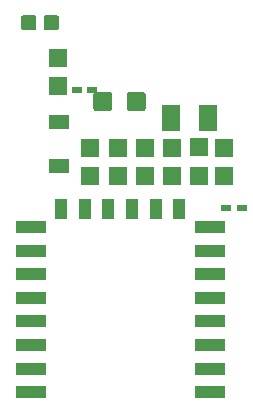
<source format=gbr>
G04 #@! TF.GenerationSoftware,KiCad,Pcbnew,(5.1.9)-1*
G04 #@! TF.CreationDate,2021-03-01T14:20:39+01:00*
G04 #@! TF.ProjectId,button_timer_v1.2.1_lipo,62757474-6f6e-45f7-9469-6d65725f7631,rev?*
G04 #@! TF.SameCoordinates,Original*
G04 #@! TF.FileFunction,Paste,Top*
G04 #@! TF.FilePolarity,Positive*
%FSLAX46Y46*%
G04 Gerber Fmt 4.6, Leading zero omitted, Abs format (unit mm)*
G04 Created by KiCad (PCBNEW (5.1.9)-1) date 2021-03-01 14:20:39*
%MOMM*%
%LPD*%
G01*
G04 APERTURE LIST*
%ADD10R,2.500000X1.000000*%
%ADD11R,1.000000X1.800000*%
%ADD12R,1.650000X2.250000*%
%ADD13R,0.900000X0.620000*%
%ADD14R,1.500000X1.500000*%
%ADD15R,1.700000X1.300000*%
G04 APERTURE END LIST*
D10*
G04 #@! TO.C,X1*
X118000000Y-93700000D03*
X118000000Y-91700000D03*
X118000000Y-89700000D03*
X118000000Y-87700000D03*
X118000000Y-85700000D03*
X118000000Y-83700000D03*
X118000000Y-81700000D03*
X118000000Y-79700000D03*
D11*
X120600000Y-78200000D03*
X122600000Y-78200000D03*
X124600000Y-78200000D03*
X126600000Y-78200000D03*
X128600000Y-78200000D03*
X130600000Y-78200000D03*
D10*
X133200000Y-79700000D03*
X133200000Y-81700000D03*
X133200000Y-83700000D03*
X133200000Y-85700000D03*
X133200000Y-87700000D03*
X133200000Y-89700000D03*
X133200000Y-91700000D03*
X133200000Y-93700000D03*
G04 #@! TD*
G04 #@! TO.C,D2*
G36*
G01*
X126154500Y-69663000D02*
X126154500Y-68513000D01*
G75*
G02*
X126404500Y-68263000I250000J0D01*
G01*
X127504500Y-68263000D01*
G75*
G02*
X127754500Y-68513000I0J-250000D01*
G01*
X127754500Y-69663000D01*
G75*
G02*
X127504500Y-69913000I-250000J0D01*
G01*
X126404500Y-69913000D01*
G75*
G02*
X126154500Y-69663000I0J250000D01*
G01*
G37*
G36*
G01*
X123304500Y-69663000D02*
X123304500Y-68513000D01*
G75*
G02*
X123554500Y-68263000I250000J0D01*
G01*
X124654500Y-68263000D01*
G75*
G02*
X124904500Y-68513000I0J-250000D01*
G01*
X124904500Y-69663000D01*
G75*
G02*
X124654500Y-69913000I-250000J0D01*
G01*
X123554500Y-69913000D01*
G75*
G02*
X123304500Y-69663000I0J250000D01*
G01*
G37*
G04 #@! TD*
G04 #@! TO.C,D1*
G36*
G01*
X118500000Y-61999999D02*
X118500000Y-62800001D01*
G75*
G02*
X118250001Y-63050000I-249999J0D01*
G01*
X117424999Y-63050000D01*
G75*
G02*
X117175000Y-62800001I0J249999D01*
G01*
X117175000Y-61999999D01*
G75*
G02*
X117424999Y-61750000I249999J0D01*
G01*
X118250001Y-61750000D01*
G75*
G02*
X118500000Y-61999999I0J-249999D01*
G01*
G37*
G36*
G01*
X120425000Y-61999999D02*
X120425000Y-62800001D01*
G75*
G02*
X120175001Y-63050000I-249999J0D01*
G01*
X119349999Y-63050000D01*
G75*
G02*
X119100000Y-62800001I0J249999D01*
G01*
X119100000Y-61999999D01*
G75*
G02*
X119349999Y-61750000I249999J0D01*
G01*
X120175001Y-61750000D01*
G75*
G02*
X120425000Y-61999999I0J-249999D01*
G01*
G37*
G04 #@! TD*
D12*
G04 #@! TO.C,C6*
X129925480Y-70429120D03*
X133025480Y-70429120D03*
G04 #@! TD*
D13*
G04 #@! TO.C,C7*
X134574520Y-78074520D03*
X135874520Y-78074520D03*
G04 #@! TD*
D14*
G04 #@! TO.C,R9*
X130000000Y-75400000D03*
X130000000Y-73000000D03*
G04 #@! TD*
G04 #@! TO.C,R7*
X120300000Y-67800000D03*
X120300000Y-65400000D03*
G04 #@! TD*
G04 #@! TO.C,R5*
X123000000Y-75400000D03*
X123000000Y-73000000D03*
G04 #@! TD*
G04 #@! TO.C,R4*
X127700000Y-75400000D03*
X127700000Y-73000000D03*
G04 #@! TD*
G04 #@! TO.C,R3*
X132257800Y-75368000D03*
X132257800Y-72968000D03*
G04 #@! TD*
G04 #@! TO.C,R2*
X125400000Y-75400000D03*
X125400000Y-73000000D03*
G04 #@! TD*
G04 #@! TO.C,R1*
X134416800Y-75418800D03*
X134416800Y-73018800D03*
G04 #@! TD*
D15*
G04 #@! TO.C,SW2*
X120396000Y-70794000D03*
X120396000Y-74494000D03*
G04 #@! TD*
D13*
G04 #@! TO.C,C4*
X123205000Y-68072000D03*
X121905000Y-68072000D03*
G04 #@! TD*
M02*

</source>
